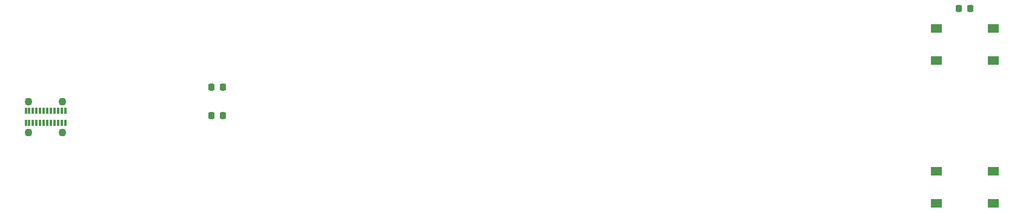
<source format=gbr>
%TF.GenerationSoftware,KiCad,Pcbnew,8.0.4*%
%TF.CreationDate,2024-08-19T15:11:55+02:00*%
%TF.ProjectId,RocSync_testing,526f6353-796e-4635-9f74-657374696e67,rev?*%
%TF.SameCoordinates,Original*%
%TF.FileFunction,Paste,Bot*%
%TF.FilePolarity,Positive*%
%FSLAX46Y46*%
G04 Gerber Fmt 4.6, Leading zero omitted, Abs format (unit mm)*
G04 Created by KiCad (PCBNEW 8.0.4) date 2024-08-19 15:11:55*
%MOMM*%
%LPD*%
G01*
G04 APERTURE LIST*
G04 Aperture macros list*
%AMRoundRect*
0 Rectangle with rounded corners*
0 $1 Rounding radius*
0 $2 $3 $4 $5 $6 $7 $8 $9 X,Y pos of 4 corners*
0 Add a 4 corners polygon primitive as box body*
4,1,4,$2,$3,$4,$5,$6,$7,$8,$9,$2,$3,0*
0 Add four circle primitives for the rounded corners*
1,1,$1+$1,$2,$3*
1,1,$1+$1,$4,$5*
1,1,$1+$1,$6,$7*
1,1,$1+$1,$8,$9*
0 Add four rect primitives between the rounded corners*
20,1,$1+$1,$2,$3,$4,$5,0*
20,1,$1+$1,$4,$5,$6,$7,0*
20,1,$1+$1,$6,$7,$8,$9,0*
20,1,$1+$1,$8,$9,$2,$3,0*%
G04 Aperture macros list end*
%ADD10RoundRect,0.218750X0.218750X0.256250X-0.218750X0.256250X-0.218750X-0.256250X0.218750X-0.256250X0*%
%ADD11R,1.550000X1.300000*%
%ADD12R,0.300000X0.850000*%
%ADD13C,1.100000*%
G04 APERTURE END LIST*
D10*
%TO.C,D243*%
X175787500Y-110000000D03*
X174212500Y-110000000D03*
%TD*%
D11*
%TO.C,SW3*%
X178975000Y-112750000D03*
X171025000Y-112750000D03*
X178975000Y-117250000D03*
X171025000Y-117250000D03*
%TD*%
D12*
%TO.C,J1*%
X49250000Y-124330000D03*
X48750000Y-124330000D03*
X48250000Y-124330000D03*
X47750000Y-124330000D03*
X47250000Y-124330000D03*
X46750000Y-124330000D03*
X46250000Y-124330000D03*
X45750000Y-124330000D03*
X45250000Y-124330000D03*
X44750000Y-124330000D03*
X44250000Y-124330000D03*
X43750000Y-124330000D03*
X43750000Y-126000000D03*
X44250000Y-126000000D03*
X44750000Y-126000000D03*
X45250000Y-126000000D03*
X45750000Y-126000000D03*
X46250000Y-126000000D03*
X46750000Y-126000000D03*
X47250000Y-126000000D03*
X47750000Y-126000000D03*
X48250000Y-126000000D03*
X48750000Y-126000000D03*
X49250000Y-126000000D03*
D13*
X48900000Y-127315000D03*
X48900000Y-123015000D03*
X44100000Y-127315000D03*
X44100000Y-123015000D03*
%TD*%
D10*
%TO.C,D242*%
X71287500Y-121000000D03*
X69712500Y-121000000D03*
%TD*%
%TO.C,D241*%
X71287500Y-125000000D03*
X69712500Y-125000000D03*
%TD*%
D11*
%TO.C,SW2*%
X178975000Y-132750000D03*
X171025000Y-132750000D03*
X178975000Y-137250000D03*
X171025000Y-137250000D03*
%TD*%
M02*

</source>
